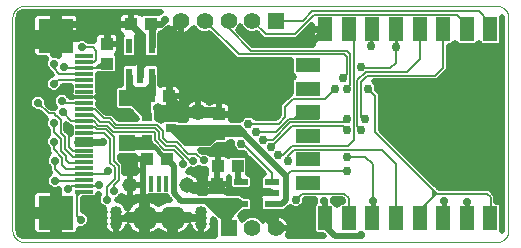
<source format=gbl>
G75*
%MOIN*%
%OFA0B0*%
%FSLAX25Y25*%
%IPPOS*%
%LPD*%
%AMOC8*
5,1,8,0,0,1.08239X$1,22.5*
%
%ADD10C,0.00000*%
%ADD11R,0.03937X0.04331*%
%ADD12R,0.04331X0.03937*%
%ADD13R,0.05512X0.05512*%
%ADD14R,0.06000X0.01181*%
%ADD15R,0.11600X0.11200*%
%ADD16R,0.02362X0.04921*%
%ADD17R,0.05600X0.05600*%
%ADD18C,0.05600*%
%ADD19R,0.03543X0.03150*%
%ADD20R,0.04724X0.07874*%
%ADD21R,0.07874X0.04724*%
%ADD22R,0.04724X0.02165*%
%ADD23R,0.01575X0.05315*%
%ADD24C,0.03740*%
%ADD25C,0.04000*%
%ADD26C,0.05150*%
%ADD27C,0.02781*%
%ADD28C,0.00787*%
%ADD29C,0.02000*%
%ADD30C,0.02400*%
%ADD31C,0.00600*%
%ADD32C,0.02978*%
%ADD33C,0.01600*%
%ADD34C,0.01000*%
D10*
X0025622Y0017748D02*
X0183102Y0017748D01*
X0183226Y0017750D01*
X0183349Y0017756D01*
X0183473Y0017765D01*
X0183595Y0017779D01*
X0183718Y0017796D01*
X0183840Y0017818D01*
X0183961Y0017843D01*
X0184081Y0017872D01*
X0184200Y0017904D01*
X0184319Y0017941D01*
X0184436Y0017981D01*
X0184551Y0018024D01*
X0184666Y0018072D01*
X0184778Y0018123D01*
X0184889Y0018177D01*
X0184999Y0018235D01*
X0185106Y0018296D01*
X0185212Y0018361D01*
X0185315Y0018429D01*
X0185416Y0018500D01*
X0185515Y0018574D01*
X0185612Y0018651D01*
X0185706Y0018732D01*
X0185797Y0018815D01*
X0185886Y0018901D01*
X0185972Y0018990D01*
X0186055Y0019081D01*
X0186136Y0019175D01*
X0186213Y0019272D01*
X0186287Y0019371D01*
X0186358Y0019472D01*
X0186426Y0019575D01*
X0186491Y0019681D01*
X0186552Y0019788D01*
X0186610Y0019898D01*
X0186664Y0020009D01*
X0186715Y0020121D01*
X0186763Y0020236D01*
X0186806Y0020351D01*
X0186846Y0020468D01*
X0186883Y0020587D01*
X0186915Y0020706D01*
X0186944Y0020826D01*
X0186969Y0020947D01*
X0186991Y0021069D01*
X0187008Y0021192D01*
X0187022Y0021314D01*
X0187031Y0021438D01*
X0187037Y0021561D01*
X0187039Y0021685D01*
X0187039Y0092551D01*
X0187037Y0092675D01*
X0187031Y0092798D01*
X0187022Y0092922D01*
X0187008Y0093044D01*
X0186991Y0093167D01*
X0186969Y0093289D01*
X0186944Y0093410D01*
X0186915Y0093530D01*
X0186883Y0093649D01*
X0186846Y0093768D01*
X0186806Y0093885D01*
X0186763Y0094000D01*
X0186715Y0094115D01*
X0186664Y0094227D01*
X0186610Y0094338D01*
X0186552Y0094448D01*
X0186491Y0094555D01*
X0186426Y0094661D01*
X0186358Y0094764D01*
X0186287Y0094865D01*
X0186213Y0094964D01*
X0186136Y0095061D01*
X0186055Y0095155D01*
X0185972Y0095246D01*
X0185886Y0095335D01*
X0185797Y0095421D01*
X0185706Y0095504D01*
X0185612Y0095585D01*
X0185515Y0095662D01*
X0185416Y0095736D01*
X0185315Y0095807D01*
X0185212Y0095875D01*
X0185106Y0095940D01*
X0184999Y0096001D01*
X0184889Y0096059D01*
X0184778Y0096113D01*
X0184666Y0096164D01*
X0184551Y0096212D01*
X0184436Y0096255D01*
X0184319Y0096295D01*
X0184200Y0096332D01*
X0184081Y0096364D01*
X0183961Y0096393D01*
X0183840Y0096418D01*
X0183718Y0096440D01*
X0183595Y0096457D01*
X0183473Y0096471D01*
X0183349Y0096480D01*
X0183226Y0096486D01*
X0183102Y0096488D01*
X0025622Y0096488D01*
X0025498Y0096486D01*
X0025375Y0096480D01*
X0025251Y0096471D01*
X0025129Y0096457D01*
X0025006Y0096440D01*
X0024884Y0096418D01*
X0024763Y0096393D01*
X0024643Y0096364D01*
X0024524Y0096332D01*
X0024405Y0096295D01*
X0024288Y0096255D01*
X0024173Y0096212D01*
X0024058Y0096164D01*
X0023946Y0096113D01*
X0023835Y0096059D01*
X0023725Y0096001D01*
X0023618Y0095940D01*
X0023512Y0095875D01*
X0023409Y0095807D01*
X0023308Y0095736D01*
X0023209Y0095662D01*
X0023112Y0095585D01*
X0023018Y0095504D01*
X0022927Y0095421D01*
X0022838Y0095335D01*
X0022752Y0095246D01*
X0022669Y0095155D01*
X0022588Y0095061D01*
X0022511Y0094964D01*
X0022437Y0094865D01*
X0022366Y0094764D01*
X0022298Y0094661D01*
X0022233Y0094555D01*
X0022172Y0094448D01*
X0022114Y0094338D01*
X0022060Y0094227D01*
X0022009Y0094115D01*
X0021961Y0094000D01*
X0021918Y0093885D01*
X0021878Y0093768D01*
X0021841Y0093649D01*
X0021809Y0093530D01*
X0021780Y0093410D01*
X0021755Y0093289D01*
X0021733Y0093167D01*
X0021716Y0093044D01*
X0021702Y0092922D01*
X0021693Y0092798D01*
X0021687Y0092675D01*
X0021685Y0092551D01*
X0021685Y0021685D01*
X0021687Y0021561D01*
X0021693Y0021438D01*
X0021702Y0021314D01*
X0021716Y0021192D01*
X0021733Y0021069D01*
X0021755Y0020947D01*
X0021780Y0020826D01*
X0021809Y0020706D01*
X0021841Y0020587D01*
X0021878Y0020468D01*
X0021918Y0020351D01*
X0021961Y0020236D01*
X0022009Y0020121D01*
X0022060Y0020009D01*
X0022114Y0019898D01*
X0022172Y0019788D01*
X0022233Y0019681D01*
X0022298Y0019575D01*
X0022366Y0019472D01*
X0022437Y0019371D01*
X0022511Y0019272D01*
X0022588Y0019175D01*
X0022669Y0019081D01*
X0022752Y0018990D01*
X0022838Y0018901D01*
X0022927Y0018815D01*
X0023018Y0018732D01*
X0023112Y0018651D01*
X0023209Y0018574D01*
X0023308Y0018500D01*
X0023409Y0018429D01*
X0023512Y0018361D01*
X0023618Y0018296D01*
X0023725Y0018235D01*
X0023835Y0018177D01*
X0023946Y0018123D01*
X0024058Y0018072D01*
X0024173Y0018024D01*
X0024288Y0017981D01*
X0024405Y0017941D01*
X0024524Y0017904D01*
X0024643Y0017872D01*
X0024763Y0017843D01*
X0024884Y0017818D01*
X0025006Y0017796D01*
X0025129Y0017779D01*
X0025251Y0017765D01*
X0025375Y0017756D01*
X0025498Y0017750D01*
X0025622Y0017748D01*
D11*
X0066409Y0045504D03*
X0073102Y0045504D03*
X0090110Y0043063D03*
X0096803Y0043063D03*
X0089992Y0037197D03*
X0089992Y0030504D03*
X0090583Y0053772D03*
X0090583Y0060465D03*
D12*
X0073890Y0066370D03*
X0067197Y0066370D03*
X0053181Y0077197D03*
X0053181Y0083890D03*
X0061134Y0090386D03*
X0067827Y0090386D03*
D13*
X0059874Y0065780D03*
X0059874Y0050819D03*
D14*
X0045709Y0050217D03*
X0045709Y0052185D03*
X0045709Y0054154D03*
X0045709Y0056122D03*
X0045709Y0058091D03*
X0045709Y0060059D03*
X0045709Y0062028D03*
X0045709Y0063996D03*
X0045709Y0065965D03*
X0045709Y0067933D03*
X0045709Y0069902D03*
X0045709Y0071870D03*
X0045709Y0073839D03*
X0045709Y0075807D03*
X0045709Y0077776D03*
X0045709Y0079744D03*
X0045709Y0048248D03*
X0045709Y0046280D03*
X0045709Y0044311D03*
X0045709Y0042343D03*
X0045709Y0040374D03*
X0045709Y0038406D03*
X0045709Y0036437D03*
X0045709Y0034469D03*
D15*
X0036109Y0027606D03*
X0036109Y0086606D03*
D16*
X0060583Y0083063D03*
X0068063Y0083063D03*
X0068063Y0073220D03*
X0064323Y0073220D03*
X0060583Y0073220D03*
D17*
X0083614Y0053142D03*
X0093732Y0022472D03*
X0109480Y0091606D03*
D18*
X0101606Y0091606D03*
X0093732Y0091606D03*
X0085858Y0091606D03*
X0077984Y0091606D03*
X0083614Y0061016D03*
X0101606Y0022472D03*
X0109480Y0022472D03*
D19*
X0066646Y0052000D03*
X0074520Y0055740D03*
X0066646Y0059480D03*
D20*
X0125925Y0088626D03*
X0133799Y0088626D03*
X0141673Y0088626D03*
X0149547Y0088626D03*
X0157421Y0088626D03*
X0165295Y0088626D03*
X0173169Y0088626D03*
X0181043Y0088626D03*
X0181043Y0025634D03*
X0173169Y0025634D03*
X0165295Y0025634D03*
X0157421Y0025634D03*
X0149547Y0025634D03*
X0141673Y0025634D03*
X0133799Y0025634D03*
X0125925Y0025634D03*
D21*
X0120098Y0037445D03*
X0120098Y0045319D03*
X0120098Y0053193D03*
X0120098Y0061067D03*
X0120098Y0068941D03*
X0120098Y0076815D03*
D22*
X0108181Y0037827D03*
X0108181Y0034087D03*
X0108181Y0030346D03*
X0097944Y0030346D03*
X0097944Y0037827D03*
D23*
X0075543Y0037256D03*
X0072984Y0037256D03*
X0070425Y0037256D03*
X0067866Y0037256D03*
X0065307Y0037256D03*
D24*
X0067571Y0027807D02*
X0067571Y0024067D01*
X0063831Y0024067D01*
X0063831Y0027807D01*
X0067571Y0027807D01*
X0067571Y0027806D02*
X0063831Y0027806D01*
X0077020Y0027807D02*
X0077020Y0024067D01*
X0073280Y0024067D01*
X0073280Y0027807D01*
X0077020Y0027807D01*
X0077020Y0027806D02*
X0073280Y0027806D01*
D25*
X0084697Y0027837D03*
X0084697Y0025837D03*
X0084697Y0023837D03*
X0056154Y0023837D03*
X0056154Y0025837D03*
X0056154Y0027837D03*
D26*
X0060878Y0036685D03*
X0079972Y0036685D03*
D27*
X0078534Y0043650D03*
X0081915Y0044850D03*
X0085496Y0044945D03*
X0090189Y0049244D03*
X0055472Y0034677D03*
X0050425Y0036646D03*
X0053575Y0041370D03*
X0040189Y0035465D03*
X0035858Y0038220D03*
X0035858Y0044913D03*
X0035465Y0051213D03*
X0040605Y0054778D03*
X0035465Y0057512D03*
X0038385Y0061070D03*
X0038185Y0064764D03*
X0040376Y0067354D03*
X0035465Y0070504D03*
X0030191Y0064205D03*
X0035465Y0077197D03*
X0038846Y0076223D03*
X0044913Y0082709D03*
X0028772Y0083608D03*
X0072472Y0091764D03*
X0052000Y0051213D03*
X0053181Y0031921D03*
X0044520Y0025228D03*
X0046094Y0020504D03*
X0036252Y0020504D03*
X0026409Y0020504D03*
X0125622Y0031528D03*
X0129953Y0031528D03*
X0141764Y0031528D03*
X0137827Y0020139D03*
X0165386Y0031528D03*
X0173260Y0031134D03*
X0184649Y0031528D03*
X0184649Y0039402D03*
X0174806Y0039402D03*
X0174806Y0047276D03*
X0184649Y0047276D03*
X0184649Y0055150D03*
X0174806Y0055150D03*
X0174806Y0063024D03*
X0184649Y0063024D03*
X0184649Y0070898D03*
X0174806Y0070898D03*
X0174806Y0078772D03*
X0184649Y0078772D03*
D28*
X0053181Y0077197D02*
X0051791Y0075807D01*
X0050425Y0075807D01*
X0051815Y0077197D01*
X0053181Y0077197D01*
X0051028Y0077197D01*
X0049638Y0075807D01*
X0050425Y0075807D01*
X0049638Y0075807D02*
X0045709Y0075807D01*
X0039261Y0075807D01*
X0038846Y0076223D01*
X0037248Y0073839D02*
X0035465Y0075622D01*
X0035465Y0077197D01*
X0037248Y0073839D02*
X0045709Y0073839D01*
X0045709Y0071870D02*
X0036831Y0071870D01*
X0035465Y0070504D01*
X0045709Y0077776D02*
X0049035Y0077776D01*
X0049702Y0078443D01*
X0049702Y0081463D01*
X0048457Y0082709D01*
X0044913Y0082709D01*
X0035465Y0057512D02*
X0035465Y0054584D01*
X0037849Y0052200D01*
X0037849Y0048257D01*
X0039630Y0046476D01*
X0039630Y0045079D01*
X0040583Y0044126D01*
X0045524Y0044126D01*
X0045709Y0044311D01*
X0045524Y0046094D02*
X0041973Y0046094D01*
X0039236Y0048831D01*
X0039236Y0052775D01*
X0037849Y0054162D01*
X0040605Y0054778D02*
X0040624Y0054759D01*
X0040624Y0049406D01*
X0041782Y0048248D01*
X0045709Y0048248D01*
X0045709Y0046280D02*
X0045524Y0046094D01*
X0045709Y0042343D02*
X0045524Y0042157D01*
X0039402Y0042157D01*
X0038243Y0043317D01*
X0038243Y0045901D01*
X0035465Y0048679D01*
X0035465Y0051213D01*
X0045709Y0051213D02*
X0045709Y0050217D01*
X0045709Y0051213D02*
X0045709Y0052185D01*
X0035858Y0044913D02*
X0035858Y0042157D01*
X0037827Y0040189D01*
X0045524Y0040189D01*
X0045709Y0040374D01*
X0052579Y0040374D01*
X0053575Y0041370D01*
X0045709Y0038406D02*
X0045524Y0038220D01*
X0035858Y0038220D01*
X0040189Y0035465D02*
X0041161Y0036437D01*
X0045709Y0036437D01*
X0045709Y0034469D02*
X0044913Y0034469D01*
X0044705Y0034469D01*
X0043339Y0033102D01*
X0043339Y0034283D01*
X0043524Y0034469D01*
X0044705Y0034469D01*
X0043339Y0033102D02*
X0043339Y0026409D01*
X0044520Y0025228D01*
D29*
X0047055Y0023534D02*
X0047510Y0024633D01*
X0047510Y0025823D01*
X0047055Y0026922D01*
X0046214Y0027764D01*
X0045332Y0028129D01*
X0045332Y0032277D01*
X0045334Y0032278D01*
X0049371Y0032278D01*
X0050309Y0033215D01*
X0050309Y0033655D01*
X0050686Y0033655D01*
X0050646Y0033615D01*
X0050191Y0032516D01*
X0050191Y0031326D01*
X0050646Y0030227D01*
X0051487Y0029386D01*
X0052322Y0029040D01*
X0052307Y0029004D01*
X0052154Y0028231D01*
X0052154Y0027837D01*
X0052154Y0027443D01*
X0052274Y0026837D01*
X0052154Y0026231D01*
X0052154Y0025837D01*
X0052154Y0025443D01*
X0052274Y0024837D01*
X0052154Y0024231D01*
X0052154Y0023837D01*
X0052154Y0023443D01*
X0052307Y0022670D01*
X0052609Y0021942D01*
X0053047Y0021287D01*
X0053604Y0020730D01*
X0054259Y0020292D01*
X0054987Y0019991D01*
X0055760Y0019837D01*
X0056153Y0019837D01*
X0056153Y0023837D01*
X0056154Y0023837D01*
X0056154Y0019837D01*
X0056548Y0019837D01*
X0057320Y0019991D01*
X0058048Y0020292D01*
X0058703Y0020730D01*
X0059261Y0021287D01*
X0059698Y0021942D01*
X0060000Y0022670D01*
X0060081Y0023080D01*
X0060109Y0022938D01*
X0060401Y0022234D01*
X0060825Y0021600D01*
X0061364Y0021061D01*
X0061998Y0020637D01*
X0062702Y0020346D01*
X0063450Y0020197D01*
X0064831Y0020197D01*
X0064831Y0025067D01*
X0066571Y0025067D01*
X0066571Y0026807D01*
X0071441Y0026807D01*
X0074279Y0026807D01*
X0074279Y0025067D01*
X0066571Y0025067D01*
X0066571Y0020197D01*
X0067952Y0020197D01*
X0068700Y0020346D01*
X0069404Y0020637D01*
X0070038Y0021061D01*
X0070425Y0021448D01*
X0070812Y0021061D01*
X0071446Y0020637D01*
X0072151Y0020346D01*
X0072898Y0020197D01*
X0074280Y0020197D01*
X0074280Y0025067D01*
X0076020Y0025067D01*
X0076020Y0026807D01*
X0080811Y0026807D01*
X0080697Y0026231D01*
X0080697Y0025837D01*
X0081222Y0025837D01*
X0081222Y0025837D01*
X0081222Y0025837D01*
X0080697Y0025837D01*
X0080697Y0025443D01*
X0080772Y0025067D01*
X0076020Y0025067D01*
X0076020Y0020197D01*
X0077401Y0020197D01*
X0078149Y0020346D01*
X0078853Y0020637D01*
X0079487Y0021061D01*
X0080026Y0021600D01*
X0080449Y0022234D01*
X0080741Y0022938D01*
X0080769Y0023080D01*
X0080851Y0022670D01*
X0081152Y0021942D01*
X0081590Y0021287D01*
X0082147Y0020730D01*
X0082802Y0020292D01*
X0083530Y0019991D01*
X0084303Y0019837D01*
X0084697Y0019837D01*
X0085091Y0019837D01*
X0085864Y0019991D01*
X0086592Y0020292D01*
X0087247Y0020730D01*
X0087804Y0021287D01*
X0088242Y0021942D01*
X0088543Y0022670D01*
X0088697Y0023443D01*
X0088697Y0023837D01*
X0088697Y0024231D01*
X0088576Y0024837D01*
X0088691Y0025412D01*
X0089332Y0024770D01*
X0089332Y0019748D01*
X0025622Y0019748D01*
X0025244Y0019785D01*
X0024546Y0020074D01*
X0024011Y0020609D01*
X0023722Y0021307D01*
X0023685Y0021685D01*
X0023685Y0092551D01*
X0023722Y0092929D01*
X0024011Y0093627D01*
X0024546Y0094162D01*
X0025244Y0094451D01*
X0025622Y0094488D01*
X0071235Y0094488D01*
X0070778Y0094299D01*
X0070434Y0093954D01*
X0064999Y0093954D01*
X0064763Y0093719D01*
X0064527Y0093955D01*
X0064071Y0094218D01*
X0063563Y0094354D01*
X0061134Y0094354D01*
X0061134Y0090386D01*
X0061134Y0090386D01*
X0061134Y0094354D01*
X0058705Y0094354D01*
X0058197Y0094218D01*
X0057740Y0093955D01*
X0057368Y0093582D01*
X0057105Y0093126D01*
X0056969Y0092618D01*
X0056969Y0090386D01*
X0061134Y0090386D01*
X0061134Y0090386D01*
X0056969Y0090386D01*
X0056969Y0088154D01*
X0057105Y0087645D01*
X0057368Y0087189D01*
X0057740Y0086817D01*
X0058179Y0086564D01*
X0057802Y0086186D01*
X0057802Y0079940D01*
X0058739Y0079002D01*
X0062427Y0079002D01*
X0063364Y0079940D01*
X0063364Y0086186D01*
X0063133Y0086417D01*
X0063563Y0086417D01*
X0064071Y0086554D01*
X0064527Y0086817D01*
X0064763Y0087053D01*
X0064999Y0086817D01*
X0065263Y0086817D01*
X0065263Y0082506D01*
X0065282Y0082460D01*
X0065282Y0079940D01*
X0066219Y0079002D01*
X0069907Y0079002D01*
X0070844Y0079940D01*
X0070844Y0082460D01*
X0070863Y0082506D01*
X0070863Y0087025D01*
X0071423Y0087586D01*
X0071651Y0087586D01*
X0072681Y0088012D01*
X0073706Y0089038D01*
X0073871Y0089106D01*
X0073879Y0089091D01*
X0074323Y0088479D01*
X0074857Y0087945D01*
X0075469Y0087501D01*
X0076142Y0087158D01*
X0076860Y0086924D01*
X0077606Y0086806D01*
X0077984Y0086806D01*
X0077984Y0091606D01*
X0077984Y0091606D01*
X0077984Y0086806D01*
X0078362Y0086806D01*
X0079108Y0086924D01*
X0079827Y0087158D01*
X0080500Y0087501D01*
X0081111Y0087945D01*
X0081645Y0088479D01*
X0082090Y0089091D01*
X0082116Y0089143D01*
X0082128Y0089114D01*
X0083366Y0087876D01*
X0084983Y0087206D01*
X0086733Y0087206D01*
X0087326Y0087452D01*
X0095218Y0079559D01*
X0096331Y0078446D01*
X0114561Y0078446D01*
X0114561Y0073790D01*
X0115473Y0072878D01*
X0114561Y0071966D01*
X0114561Y0067429D01*
X0114505Y0067429D01*
X0113392Y0066316D01*
X0110711Y0063636D01*
X0110711Y0060105D01*
X0109639Y0059033D01*
X0102806Y0059033D01*
X0102087Y0059752D01*
X0100952Y0060222D01*
X0099723Y0060222D01*
X0098587Y0059752D01*
X0097718Y0058883D01*
X0097576Y0058540D01*
X0094551Y0058540D01*
X0094551Y0060464D01*
X0090583Y0060464D01*
X0090583Y0060465D01*
X0090583Y0060465D01*
X0090583Y0064630D01*
X0092814Y0064630D01*
X0093323Y0064494D01*
X0093779Y0064230D01*
X0094152Y0063858D01*
X0094415Y0063402D01*
X0094551Y0062893D01*
X0094551Y0060465D01*
X0090583Y0060465D01*
X0090583Y0064630D01*
X0088351Y0064630D01*
X0087842Y0064494D01*
X0087386Y0064230D01*
X0087285Y0064129D01*
X0087275Y0064143D01*
X0086741Y0064677D01*
X0086130Y0065121D01*
X0085457Y0065464D01*
X0084738Y0065698D01*
X0083992Y0065816D01*
X0083614Y0065816D01*
X0083236Y0065816D01*
X0082490Y0065698D01*
X0081772Y0065464D01*
X0081098Y0065121D01*
X0080487Y0064677D01*
X0079953Y0064143D01*
X0079509Y0063531D01*
X0079166Y0062858D01*
X0078932Y0062140D01*
X0078814Y0061394D01*
X0078814Y0061016D01*
X0083614Y0061016D01*
X0083614Y0065816D01*
X0083614Y0061016D01*
X0083614Y0061016D01*
X0083614Y0061016D01*
X0078814Y0061016D01*
X0078814Y0060638D01*
X0078932Y0059892D01*
X0079166Y0059173D01*
X0079488Y0058540D01*
X0077329Y0058540D01*
X0076954Y0058915D01*
X0072085Y0058915D01*
X0071258Y0058088D01*
X0070571Y0058775D01*
X0070017Y0058775D01*
X0070017Y0061718D01*
X0069446Y0062289D01*
X0069446Y0062802D01*
X0070025Y0062802D01*
X0070260Y0063037D01*
X0070496Y0062801D01*
X0070952Y0062538D01*
X0071461Y0062402D01*
X0073890Y0062402D01*
X0076318Y0062402D01*
X0076827Y0062538D01*
X0077283Y0062801D01*
X0077656Y0063174D01*
X0077919Y0063630D01*
X0078055Y0064138D01*
X0078055Y0066370D01*
X0073890Y0066370D01*
X0073890Y0066370D01*
X0078055Y0066370D01*
X0078055Y0068602D01*
X0077919Y0069111D01*
X0077656Y0069567D01*
X0077283Y0069939D01*
X0076827Y0070202D01*
X0076318Y0070339D01*
X0073890Y0070339D01*
X0073890Y0066370D01*
X0073890Y0062402D01*
X0073890Y0066370D01*
X0073890Y0066370D01*
X0073890Y0066370D01*
X0073890Y0070339D01*
X0071461Y0070339D01*
X0070952Y0070202D01*
X0070863Y0070151D01*
X0070863Y0073777D01*
X0070844Y0073823D01*
X0070844Y0076344D01*
X0069907Y0077281D01*
X0066732Y0077281D01*
X0066732Y0077281D01*
X0066276Y0077545D01*
X0065767Y0077681D01*
X0064323Y0077681D01*
X0064323Y0073221D01*
X0064323Y0073221D01*
X0064323Y0077681D01*
X0062878Y0077681D01*
X0062370Y0077545D01*
X0061914Y0077281D01*
X0061913Y0077281D01*
X0058739Y0077281D01*
X0057802Y0076344D01*
X0057802Y0073823D01*
X0057783Y0073777D01*
X0057783Y0070135D01*
X0056455Y0070135D01*
X0055518Y0069198D01*
X0055518Y0062361D01*
X0056455Y0061424D01*
X0060743Y0061424D01*
X0063274Y0058892D01*
X0063274Y0058775D01*
X0057152Y0058775D01*
X0056187Y0059741D01*
X0055074Y0060854D01*
X0052920Y0060854D01*
X0050309Y0063465D01*
X0050309Y0064146D01*
X0050572Y0064602D01*
X0050709Y0065111D01*
X0050709Y0065964D01*
X0055518Y0065964D01*
X0055518Y0063966D02*
X0050309Y0063966D01*
X0050309Y0064146D02*
X0050309Y0064146D01*
X0050709Y0065964D02*
X0049594Y0065964D01*
X0049593Y0065965D01*
X0050709Y0065965D01*
X0050709Y0066818D01*
X0050572Y0067327D01*
X0050309Y0067783D01*
X0050309Y0067784D01*
X0050309Y0073673D01*
X0050353Y0073628D01*
X0056009Y0073628D01*
X0056946Y0074566D01*
X0056946Y0079828D01*
X0056498Y0080277D01*
X0056574Y0080321D01*
X0056947Y0080693D01*
X0057210Y0081149D01*
X0057346Y0081658D01*
X0057346Y0083890D01*
X0057346Y0086122D01*
X0057210Y0086630D01*
X0056947Y0087086D01*
X0056574Y0087459D01*
X0056118Y0087722D01*
X0055610Y0087858D01*
X0053181Y0087858D01*
X0050752Y0087858D01*
X0050244Y0087722D01*
X0049788Y0087459D01*
X0049415Y0087086D01*
X0049152Y0086630D01*
X0049016Y0086122D01*
X0049016Y0084702D01*
X0047149Y0084702D01*
X0046607Y0085244D01*
X0045508Y0085699D01*
X0044319Y0085699D01*
X0043909Y0085529D01*
X0043909Y0085606D01*
X0037109Y0085606D01*
X0037109Y0087606D01*
X0043909Y0087606D01*
X0043909Y0092470D01*
X0043772Y0092978D01*
X0043509Y0093434D01*
X0043137Y0093807D01*
X0042681Y0094070D01*
X0042172Y0094206D01*
X0037109Y0094206D01*
X0037109Y0087606D01*
X0035109Y0087606D01*
X0035109Y0085606D01*
X0035109Y0080187D01*
X0036059Y0080187D01*
X0037109Y0079753D01*
X0037109Y0085606D01*
X0035109Y0085606D01*
X0028309Y0085606D01*
X0028309Y0080743D01*
X0028445Y0080234D01*
X0028708Y0079778D01*
X0029081Y0079406D01*
X0029537Y0079143D01*
X0030045Y0079006D01*
X0033045Y0079006D01*
X0032929Y0078891D01*
X0032474Y0077792D01*
X0032474Y0076602D01*
X0032929Y0075503D01*
X0033471Y0074961D01*
X0033471Y0074796D01*
X0034801Y0073466D01*
X0033771Y0073039D01*
X0032929Y0072198D01*
X0032474Y0071099D01*
X0032474Y0069909D01*
X0032929Y0068810D01*
X0033771Y0067969D01*
X0034870Y0067513D01*
X0036059Y0067513D01*
X0037159Y0067969D01*
X0038000Y0068810D01*
X0038442Y0069876D01*
X0041109Y0069876D01*
X0041109Y0067784D01*
X0041108Y0067783D01*
X0040845Y0067327D01*
X0040709Y0066818D01*
X0040709Y0066469D01*
X0039879Y0067299D01*
X0038780Y0067754D01*
X0037590Y0067754D01*
X0036491Y0067299D01*
X0035650Y0066458D01*
X0035194Y0065359D01*
X0035194Y0064169D01*
X0035650Y0063070D01*
X0035903Y0062816D01*
X0035850Y0062764D01*
X0035766Y0062561D01*
X0034522Y0062561D01*
X0033182Y0063901D01*
X0033182Y0064800D01*
X0032727Y0065899D01*
X0031885Y0066740D01*
X0030786Y0067195D01*
X0029596Y0067195D01*
X0028497Y0066740D01*
X0027656Y0065899D01*
X0027201Y0064800D01*
X0027201Y0063610D01*
X0027656Y0062511D01*
X0028497Y0061669D01*
X0029596Y0061214D01*
X0030495Y0061214D01*
X0031835Y0059874D01*
X0032805Y0058905D01*
X0032474Y0058107D01*
X0032474Y0056917D01*
X0032929Y0055818D01*
X0033471Y0055276D01*
X0033471Y0053759D01*
X0033626Y0053603D01*
X0032929Y0052907D01*
X0032474Y0051807D01*
X0032474Y0050618D01*
X0032929Y0049519D01*
X0033471Y0048977D01*
X0033471Y0047853D01*
X0034020Y0047304D01*
X0033323Y0046607D01*
X0032868Y0045508D01*
X0032868Y0044319D01*
X0033323Y0043219D01*
X0033865Y0042678D01*
X0033865Y0041332D01*
X0034360Y0040837D01*
X0034164Y0040756D01*
X0033323Y0039914D01*
X0032868Y0038815D01*
X0032868Y0037626D01*
X0033323Y0036526D01*
X0034164Y0035685D01*
X0035263Y0035230D01*
X0036453Y0035230D01*
X0037198Y0035539D01*
X0037198Y0035206D01*
X0037109Y0035206D01*
X0037109Y0028606D01*
X0035109Y0028606D01*
X0035109Y0026606D01*
X0037109Y0026606D01*
X0037109Y0020006D01*
X0042172Y0020006D01*
X0042681Y0020143D01*
X0043137Y0020406D01*
X0043509Y0020778D01*
X0043772Y0021234D01*
X0043909Y0021743D01*
X0043909Y0022245D01*
X0043925Y0022238D01*
X0045115Y0022238D01*
X0046214Y0022693D01*
X0047055Y0023534D01*
X0047246Y0023996D02*
X0052154Y0023996D01*
X0052154Y0023837D02*
X0052679Y0023837D01*
X0052679Y0023837D01*
X0052154Y0023837D01*
X0056153Y0023837D02*
X0056154Y0023837D01*
X0056154Y0025837D01*
X0056154Y0027837D01*
X0056153Y0027837D01*
X0056153Y0025837D01*
X0056154Y0025837D01*
X0056153Y0025837D01*
X0056153Y0023837D01*
X0056154Y0023837D02*
X0056154Y0025622D01*
X0056154Y0027837D01*
X0052679Y0027837D02*
X0052679Y0027837D01*
X0052154Y0027837D01*
X0052679Y0027837D01*
X0052154Y0027993D02*
X0045661Y0027993D01*
X0045332Y0029991D02*
X0050882Y0029991D01*
X0050191Y0031990D02*
X0045332Y0031990D01*
X0037109Y0031990D02*
X0035109Y0031990D01*
X0035109Y0033988D02*
X0037109Y0033988D01*
X0035109Y0035206D02*
X0030045Y0035206D01*
X0029537Y0035070D01*
X0029081Y0034807D01*
X0028708Y0034434D01*
X0028445Y0033978D01*
X0028309Y0033470D01*
X0028309Y0028606D01*
X0035109Y0028606D01*
X0035109Y0035206D01*
X0033863Y0035987D02*
X0023685Y0035987D01*
X0023685Y0037985D02*
X0032868Y0037985D01*
X0033392Y0039984D02*
X0023685Y0039984D01*
X0023685Y0041982D02*
X0033865Y0041982D01*
X0033008Y0043981D02*
X0023685Y0043981D01*
X0023685Y0045979D02*
X0033063Y0045979D01*
X0033471Y0047978D02*
X0023685Y0047978D01*
X0023685Y0049976D02*
X0032740Y0049976D01*
X0032543Y0051975D02*
X0023685Y0051975D01*
X0023685Y0053973D02*
X0033471Y0053973D01*
X0032866Y0055972D02*
X0023685Y0055972D01*
X0023685Y0057970D02*
X0032474Y0057970D01*
X0031835Y0059874D02*
X0031835Y0059874D01*
X0031740Y0059969D02*
X0023685Y0059969D01*
X0023685Y0061967D02*
X0028199Y0061967D01*
X0027201Y0063966D02*
X0023685Y0063966D01*
X0023685Y0065964D02*
X0027722Y0065964D01*
X0023685Y0067963D02*
X0033785Y0067963D01*
X0037145Y0067963D02*
X0041109Y0067963D01*
X0040924Y0065965D02*
X0041824Y0065965D01*
X0041824Y0065965D01*
X0041824Y0065964D01*
X0040925Y0065964D01*
X0040924Y0065965D01*
X0035445Y0065964D02*
X0032661Y0065964D01*
X0033182Y0063966D02*
X0035278Y0063966D01*
X0032474Y0069961D02*
X0023685Y0069961D01*
X0023685Y0071960D02*
X0032831Y0071960D01*
X0034309Y0073958D02*
X0023685Y0073958D01*
X0023685Y0075957D02*
X0032741Y0075957D01*
X0032542Y0077955D02*
X0023685Y0077955D01*
X0023685Y0079954D02*
X0028607Y0079954D01*
X0028309Y0081952D02*
X0023685Y0081952D01*
X0023685Y0083951D02*
X0028309Y0083951D01*
X0023685Y0085949D02*
X0035109Y0085949D01*
X0035109Y0083951D02*
X0037109Y0083951D01*
X0037109Y0085949D02*
X0049016Y0085949D01*
X0053181Y0085949D02*
X0053181Y0085949D01*
X0053181Y0087858D02*
X0053181Y0083890D01*
X0053181Y0083890D01*
X0053181Y0087858D01*
X0057024Y0087948D02*
X0043909Y0087948D01*
X0043909Y0089946D02*
X0056969Y0089946D01*
X0056969Y0091945D02*
X0043909Y0091945D01*
X0042900Y0093944D02*
X0057729Y0093944D01*
X0061134Y0093944D02*
X0061134Y0093944D01*
X0064538Y0093944D02*
X0064988Y0093944D01*
X0061134Y0091945D02*
X0061134Y0091945D01*
X0072526Y0087948D02*
X0074854Y0087948D01*
X0077984Y0087948D02*
X0077984Y0087948D01*
X0077984Y0089946D02*
X0077984Y0089946D01*
X0081114Y0087948D02*
X0083294Y0087948D01*
X0088828Y0085949D02*
X0070863Y0085949D01*
X0070863Y0083951D02*
X0090827Y0083951D01*
X0092825Y0081952D02*
X0070844Y0081952D01*
X0070844Y0079954D02*
X0094824Y0079954D01*
X0101981Y0083446D02*
X0096888Y0088539D01*
X0097462Y0089114D01*
X0097669Y0089613D01*
X0097876Y0089114D01*
X0099114Y0087876D01*
X0100731Y0087206D01*
X0102482Y0087206D01*
X0103074Y0087452D01*
X0104273Y0086252D01*
X0105386Y0085139D01*
X0116567Y0085139D01*
X0117680Y0086252D01*
X0121563Y0090136D01*
X0121563Y0088807D01*
X0125744Y0088807D01*
X0125744Y0088445D01*
X0121563Y0088445D01*
X0121563Y0084426D01*
X0121699Y0083917D01*
X0121963Y0083461D01*
X0121977Y0083446D01*
X0101981Y0083446D01*
X0101476Y0083951D02*
X0121690Y0083951D01*
X0121563Y0085949D02*
X0117377Y0085949D01*
X0119375Y0087948D02*
X0121563Y0087948D01*
X0121563Y0089946D02*
X0121374Y0089946D01*
X0104576Y0085949D02*
X0099478Y0085949D01*
X0099042Y0087948D02*
X0097479Y0087948D01*
X0104273Y0086252D02*
X0104273Y0086252D01*
X0114561Y0077955D02*
X0056946Y0077955D01*
X0056946Y0075957D02*
X0057802Y0075957D01*
X0057802Y0073958D02*
X0056339Y0073958D01*
X0057783Y0071960D02*
X0050309Y0071960D01*
X0050309Y0069961D02*
X0056281Y0069961D01*
X0055518Y0067963D02*
X0050309Y0067963D01*
X0049593Y0065965D02*
X0049593Y0065965D01*
X0051806Y0061967D02*
X0055912Y0061967D01*
X0055958Y0059969D02*
X0062197Y0059969D01*
X0070017Y0059969D02*
X0078920Y0059969D01*
X0078905Y0061967D02*
X0069768Y0061967D01*
X0073890Y0063966D02*
X0073890Y0063966D01*
X0073890Y0065964D02*
X0073890Y0065964D01*
X0073890Y0067963D02*
X0073890Y0067963D01*
X0073890Y0069961D02*
X0073890Y0069961D01*
X0077244Y0069961D02*
X0114561Y0069961D01*
X0114561Y0067963D02*
X0078055Y0067963D01*
X0078055Y0065964D02*
X0113040Y0065964D01*
X0111041Y0063966D02*
X0094044Y0063966D01*
X0094551Y0061967D02*
X0110711Y0061967D01*
X0110575Y0059969D02*
X0101563Y0059969D01*
X0099111Y0059969D02*
X0094551Y0059969D01*
X0090583Y0061967D02*
X0090583Y0061967D01*
X0090583Y0063966D02*
X0090583Y0063966D01*
X0086614Y0061016D02*
X0083614Y0061016D01*
X0083614Y0061016D01*
X0086614Y0061016D01*
X0086614Y0061016D01*
X0083614Y0061967D02*
X0083614Y0061967D01*
X0083614Y0063966D02*
X0083614Y0063966D01*
X0079824Y0063966D02*
X0078009Y0063966D01*
X0070863Y0071960D02*
X0114561Y0071960D01*
X0114561Y0073958D02*
X0070844Y0073958D01*
X0070844Y0075957D02*
X0114561Y0075957D01*
X0142210Y0071341D02*
X0163398Y0071341D01*
X0164511Y0072454D01*
X0167195Y0075138D01*
X0167195Y0083089D01*
X0168320Y0083089D01*
X0169232Y0084001D01*
X0170144Y0083089D01*
X0176194Y0083089D01*
X0177106Y0084001D01*
X0178018Y0083089D01*
X0184068Y0083089D01*
X0185005Y0084026D01*
X0185005Y0092895D01*
X0185039Y0092551D01*
X0185039Y0021685D01*
X0185005Y0021341D01*
X0185005Y0030234D01*
X0184068Y0031171D01*
X0183034Y0031171D01*
X0183034Y0033496D01*
X0181921Y0034609D01*
X0181853Y0034677D01*
X0180740Y0035790D01*
X0163933Y0035790D01*
X0163417Y0036306D01*
X0162630Y0037093D01*
X0144543Y0055180D01*
X0144543Y0067327D01*
X0143430Y0068440D01*
X0143343Y0068527D01*
X0143343Y0069544D01*
X0142872Y0070679D01*
X0142210Y0071341D01*
X0143169Y0069961D02*
X0185039Y0069961D01*
X0185039Y0067963D02*
X0143907Y0067963D01*
X0144543Y0065964D02*
X0185039Y0065964D01*
X0185039Y0063966D02*
X0144543Y0063966D01*
X0144543Y0061967D02*
X0185039Y0061967D01*
X0185039Y0059969D02*
X0144543Y0059969D01*
X0144543Y0057970D02*
X0185039Y0057970D01*
X0185039Y0055972D02*
X0144543Y0055972D01*
X0145749Y0053973D02*
X0185039Y0053973D01*
X0185039Y0051975D02*
X0147748Y0051975D01*
X0149746Y0049976D02*
X0185039Y0049976D01*
X0185039Y0047978D02*
X0151745Y0047978D01*
X0153743Y0045979D02*
X0185039Y0045979D01*
X0185039Y0043981D02*
X0155742Y0043981D01*
X0157740Y0041982D02*
X0185039Y0041982D01*
X0185039Y0039984D02*
X0159739Y0039984D01*
X0161737Y0037985D02*
X0185039Y0037985D01*
X0185039Y0035987D02*
X0163736Y0035987D01*
X0182541Y0033988D02*
X0185039Y0033988D01*
X0185039Y0031990D02*
X0183034Y0031990D01*
X0185005Y0029991D02*
X0185039Y0029991D01*
X0185005Y0027993D02*
X0185039Y0027993D01*
X0185005Y0025994D02*
X0185039Y0025994D01*
X0185005Y0023996D02*
X0185039Y0023996D01*
X0185005Y0021997D02*
X0185039Y0021997D01*
X0137827Y0020139D02*
X0137436Y0019748D01*
X0129134Y0019748D01*
X0125925Y0022957D01*
X0125925Y0025634D01*
X0125925Y0031224D01*
X0125622Y0031528D01*
X0122631Y0031990D02*
X0119202Y0031990D01*
X0122631Y0031990D01*
X0122631Y0030933D01*
X0122640Y0030911D01*
X0121963Y0030234D01*
X0121963Y0021034D01*
X0122900Y0020097D01*
X0125108Y0020097D01*
X0125457Y0019748D01*
X0113434Y0019748D01*
X0113586Y0019957D01*
X0113929Y0020630D01*
X0114162Y0021348D01*
X0114280Y0022095D01*
X0114280Y0022472D01*
X0109480Y0022472D01*
X0109480Y0025622D01*
X0106331Y0025622D01*
X0104953Y0027000D01*
X0108102Y0027000D01*
X0109480Y0025622D01*
X0109480Y0025994D02*
X0109480Y0025994D01*
X0109480Y0027272D02*
X0109480Y0022473D01*
X0109480Y0027272D01*
X0109103Y0027272D01*
X0108356Y0027154D01*
X0107638Y0026921D01*
X0106965Y0026578D01*
X0106353Y0026134D01*
X0105819Y0025599D01*
X0105375Y0024988D01*
X0105348Y0024936D01*
X0105336Y0024965D01*
X0104099Y0026203D01*
X0102482Y0026872D01*
X0100731Y0026872D01*
X0099114Y0026203D01*
X0098132Y0025221D01*
X0098132Y0025935D01*
X0097671Y0026396D01*
X0098939Y0027664D01*
X0100969Y0027664D01*
X0101907Y0028601D01*
X0101907Y0032092D01*
X0100969Y0033029D01*
X0098939Y0033029D01*
X0098236Y0033732D01*
X0097281Y0034128D01*
X0093748Y0034128D01*
X0093824Y0034260D01*
X0093961Y0034768D01*
X0093961Y0037197D01*
X0093961Y0039509D01*
X0093982Y0039487D01*
X0093982Y0036081D01*
X0094920Y0035144D01*
X0100969Y0035144D01*
X0101907Y0036081D01*
X0101907Y0039572D01*
X0100969Y0040509D01*
X0100372Y0040509D01*
X0100372Y0045823D01*
X0105685Y0040509D01*
X0105157Y0040509D01*
X0104219Y0039572D01*
X0104219Y0036398D01*
X0104219Y0036397D01*
X0103956Y0035941D01*
X0103819Y0035433D01*
X0103819Y0034087D01*
X0108181Y0034087D01*
X0108181Y0034087D01*
X0103819Y0034087D01*
X0103819Y0032741D01*
X0103956Y0032232D01*
X0104219Y0031776D01*
X0104219Y0031775D01*
X0104219Y0028601D01*
X0105157Y0027664D01*
X0111206Y0027664D01*
X0111289Y0027746D01*
X0111966Y0027746D01*
X0112922Y0028142D01*
X0114222Y0029443D01*
X0114363Y0029303D01*
X0115498Y0028832D01*
X0116727Y0028832D01*
X0117862Y0029303D01*
X0118731Y0030171D01*
X0119202Y0031307D01*
X0119202Y0031990D01*
X0118551Y0029991D02*
X0121963Y0029991D01*
X0121963Y0027993D02*
X0112560Y0027993D01*
X0111996Y0026578D02*
X0111323Y0026921D01*
X0110604Y0027154D01*
X0109858Y0027272D01*
X0109480Y0027272D01*
X0111996Y0026578D02*
X0112607Y0026134D01*
X0113142Y0025599D01*
X0113586Y0024988D01*
X0113929Y0024315D01*
X0114162Y0023596D01*
X0114280Y0022850D01*
X0114280Y0022472D01*
X0109480Y0022472D01*
X0106331Y0025622D01*
X0106214Y0025994D02*
X0104307Y0025994D01*
X0104953Y0027000D02*
X0102787Y0029165D01*
X0102787Y0032118D01*
X0100819Y0034087D01*
X0097881Y0034087D01*
X0097840Y0034128D01*
X0093061Y0034128D01*
X0092335Y0034854D01*
X0107414Y0034854D01*
X0108181Y0034087D01*
X0104756Y0034087D01*
X0102787Y0032118D01*
X0102787Y0034087D01*
X0100819Y0034087D01*
X0102787Y0034087D02*
X0104756Y0034087D01*
X0103819Y0033988D02*
X0097617Y0033988D01*
X0096763Y0031528D02*
X0097944Y0030346D01*
X0093732Y0026134D01*
X0093732Y0025228D01*
X0091370Y0027591D01*
X0093732Y0027591D01*
X0096488Y0030346D01*
X0094126Y0030346D01*
X0093732Y0029953D01*
X0093732Y0027591D01*
X0092551Y0028772D01*
X0092551Y0031134D01*
X0092157Y0031528D01*
X0096763Y0031528D01*
X0096488Y0030346D02*
X0097944Y0030346D01*
X0094126Y0030346D02*
X0090976Y0030346D01*
X0090150Y0030346D01*
X0089992Y0030504D01*
X0088969Y0031528D01*
X0092157Y0031528D01*
X0090976Y0030346D02*
X0092551Y0028772D01*
X0091370Y0027591D02*
X0090189Y0027591D01*
X0093732Y0024047D01*
X0093732Y0025228D01*
X0093732Y0026134D02*
X0093732Y0027591D01*
X0090189Y0027591D02*
X0086252Y0031528D01*
X0088969Y0031528D01*
X0086252Y0031528D02*
X0077984Y0031528D01*
X0075543Y0033969D01*
X0075543Y0037256D01*
X0075543Y0043063D01*
X0073102Y0045504D01*
X0066409Y0045504D02*
X0065307Y0044402D01*
X0065307Y0037256D01*
X0065307Y0026331D01*
X0065701Y0025937D01*
X0066571Y0025994D02*
X0074279Y0025994D01*
X0074047Y0025937D02*
X0075150Y0025937D01*
X0075228Y0026016D01*
X0079165Y0026016D01*
X0080346Y0026016D02*
X0084697Y0026016D01*
X0084697Y0027837D01*
X0084697Y0025837D01*
X0084697Y0023837D01*
X0084697Y0019837D01*
X0084697Y0023837D01*
X0084697Y0023837D01*
X0084697Y0026016D01*
X0084697Y0025994D02*
X0084697Y0025994D01*
X0084697Y0025837D02*
X0084697Y0027837D01*
X0084697Y0027837D01*
X0084697Y0025837D02*
X0084697Y0025837D01*
X0084697Y0025837D01*
X0084697Y0023837D01*
X0084697Y0023837D01*
X0084697Y0025837D01*
X0084697Y0023996D02*
X0084697Y0023996D01*
X0084697Y0021997D02*
X0084697Y0021997D01*
X0084697Y0019999D02*
X0084697Y0019999D01*
X0085883Y0019999D02*
X0089332Y0019999D01*
X0089332Y0021997D02*
X0088264Y0021997D01*
X0088171Y0023837D02*
X0088171Y0023837D01*
X0088697Y0023837D01*
X0088171Y0023837D01*
X0088697Y0023996D02*
X0089332Y0023996D01*
X0093732Y0024047D02*
X0093732Y0022472D01*
X0098073Y0025994D02*
X0098905Y0025994D01*
X0101298Y0027993D02*
X0104828Y0027993D01*
X0104219Y0029991D02*
X0101907Y0029991D01*
X0101907Y0031990D02*
X0104095Y0031990D01*
X0108181Y0030346D02*
X0111449Y0030346D01*
X0113024Y0031921D01*
X0113024Y0039795D01*
X0099047Y0053772D01*
X0096094Y0053772D01*
X0095307Y0054559D01*
X0095307Y0055740D01*
X0094913Y0053772D02*
X0090583Y0053772D01*
X0084244Y0053772D01*
X0083614Y0053142D01*
X0089452Y0049627D02*
X0089832Y0050006D01*
X0093214Y0050006D01*
X0094151Y0050944D01*
X0094151Y0051172D01*
X0095018Y0051172D01*
X0094955Y0051021D01*
X0094955Y0049792D01*
X0095425Y0048657D01*
X0096294Y0047788D01*
X0097430Y0047317D01*
X0098659Y0047317D01*
X0098813Y0047381D01*
X0099367Y0046828D01*
X0094172Y0046828D01*
X0093723Y0046380D01*
X0093679Y0046456D01*
X0093307Y0046829D01*
X0092851Y0047092D01*
X0092342Y0047228D01*
X0090110Y0047228D01*
X0087878Y0047228D01*
X0087534Y0047136D01*
X0087190Y0047480D01*
X0086091Y0047935D01*
X0084901Y0047935D01*
X0084799Y0047893D01*
X0084279Y0048413D01*
X0087636Y0048413D01*
X0088665Y0048839D01*
X0089452Y0049627D01*
X0089802Y0049976D02*
X0094955Y0049976D01*
X0096104Y0047978D02*
X0084714Y0047978D01*
X0090110Y0047228D02*
X0090110Y0043063D01*
X0090110Y0043063D01*
X0090110Y0049165D01*
X0090189Y0049244D01*
X0090110Y0047228D02*
X0090110Y0043063D01*
X0089992Y0042945D01*
X0089992Y0037197D01*
X0089992Y0037197D01*
X0086024Y0037197D01*
X0086024Y0039626D01*
X0086160Y0040134D01*
X0086239Y0040271D01*
X0086142Y0040634D01*
X0086142Y0041975D01*
X0086091Y0041954D01*
X0084901Y0041954D01*
X0083802Y0042410D01*
X0083753Y0042459D01*
X0083609Y0042315D01*
X0082510Y0041860D01*
X0081320Y0041860D01*
X0081072Y0041963D01*
X0081069Y0041956D01*
X0080367Y0041254D01*
X0081044Y0041147D01*
X0081729Y0040925D01*
X0082370Y0040598D01*
X0082953Y0040174D01*
X0083462Y0039665D01*
X0083885Y0039083D01*
X0084212Y0038441D01*
X0084435Y0037756D01*
X0084547Y0037045D01*
X0084547Y0036685D01*
X0079973Y0036685D01*
X0084547Y0036685D01*
X0084547Y0036325D01*
X0084435Y0035614D01*
X0084212Y0034929D01*
X0083885Y0034287D01*
X0083769Y0034128D01*
X0086236Y0034128D01*
X0086160Y0034260D01*
X0086024Y0034768D01*
X0086024Y0037197D01*
X0089992Y0037197D01*
X0087650Y0034854D01*
X0092335Y0034854D01*
X0089992Y0037197D01*
X0093961Y0037197D01*
X0089992Y0037197D01*
X0089992Y0037197D01*
X0093961Y0037985D02*
X0093982Y0037985D01*
X0093961Y0035987D02*
X0094077Y0035987D01*
X0096803Y0038968D02*
X0097944Y0037827D01*
X0096803Y0038968D02*
X0096803Y0043063D01*
X0100372Y0043981D02*
X0102214Y0043981D01*
X0100372Y0041982D02*
X0104213Y0041982D01*
X0104631Y0039984D02*
X0101495Y0039984D01*
X0101907Y0037985D02*
X0104219Y0037985D01*
X0103982Y0035987D02*
X0101812Y0035987D01*
X0090110Y0043981D02*
X0090110Y0043981D01*
X0090110Y0045979D02*
X0090110Y0045979D01*
X0084834Y0041982D02*
X0082805Y0041982D01*
X0083144Y0039984D02*
X0086120Y0039984D01*
X0086024Y0037985D02*
X0084360Y0037985D01*
X0084494Y0035987D02*
X0086024Y0035987D01*
X0087650Y0034854D02*
X0081803Y0034854D01*
X0079972Y0036685D01*
X0079973Y0036685D02*
X0079973Y0036685D01*
X0074158Y0031677D02*
X0073339Y0032496D01*
X0073131Y0032998D01*
X0067323Y0032998D01*
X0067323Y0032998D01*
X0066866Y0032735D01*
X0066358Y0032598D01*
X0065307Y0032598D01*
X0065307Y0035512D01*
X0065307Y0035512D01*
X0065307Y0032598D01*
X0064256Y0032598D01*
X0063748Y0032735D01*
X0063456Y0032903D01*
X0063276Y0032772D01*
X0062634Y0032445D01*
X0061949Y0032223D01*
X0061238Y0032110D01*
X0060878Y0032110D01*
X0060878Y0036685D01*
X0064736Y0036685D01*
X0065307Y0037256D01*
X0060878Y0036685D02*
X0060878Y0036685D01*
X0060878Y0036685D01*
X0060878Y0032110D01*
X0060518Y0032110D01*
X0059807Y0032223D01*
X0059122Y0032445D01*
X0058480Y0032772D01*
X0058049Y0033085D01*
X0058007Y0032983D01*
X0057166Y0032142D01*
X0056430Y0031837D01*
X0056548Y0031837D01*
X0057320Y0031683D01*
X0058048Y0031382D01*
X0058703Y0030944D01*
X0059261Y0030387D01*
X0059698Y0029732D01*
X0060000Y0029004D01*
X0060061Y0028694D01*
X0060109Y0028936D01*
X0060401Y0029640D01*
X0060825Y0030274D01*
X0061364Y0030813D01*
X0061998Y0031237D01*
X0062702Y0031528D01*
X0063450Y0031677D01*
X0064831Y0031677D01*
X0064831Y0026807D01*
X0066571Y0026807D01*
X0066571Y0031677D01*
X0067952Y0031677D01*
X0068700Y0031528D01*
X0069404Y0031237D01*
X0070038Y0030813D01*
X0070425Y0030426D01*
X0070812Y0030813D01*
X0071446Y0031237D01*
X0072151Y0031528D01*
X0072898Y0031677D01*
X0074158Y0031677D01*
X0073845Y0031990D02*
X0056798Y0031990D01*
X0059525Y0029991D02*
X0060636Y0029991D01*
X0064831Y0029991D02*
X0066571Y0029991D01*
X0066571Y0027993D02*
X0064831Y0027993D01*
X0064831Y0026807D02*
X0060039Y0026807D01*
X0060154Y0026231D01*
X0060154Y0025837D01*
X0059628Y0025837D01*
X0059628Y0025837D01*
X0059628Y0025837D01*
X0060154Y0025837D01*
X0060154Y0025443D01*
X0060079Y0025067D01*
X0064831Y0025067D01*
X0064831Y0026807D01*
X0064831Y0025994D02*
X0060154Y0025994D01*
X0060268Y0025937D02*
X0058254Y0025937D01*
X0056154Y0023837D01*
X0056153Y0023996D02*
X0056154Y0023996D01*
X0056153Y0025994D02*
X0056154Y0025994D01*
X0052679Y0025837D02*
X0052679Y0025837D01*
X0052154Y0025837D01*
X0052679Y0025837D01*
X0052679Y0025837D01*
X0052154Y0025994D02*
X0047439Y0025994D01*
X0043909Y0021997D02*
X0052586Y0021997D01*
X0054968Y0019999D02*
X0024729Y0019999D01*
X0023685Y0021997D02*
X0028309Y0021997D01*
X0028309Y0021743D02*
X0028445Y0021234D01*
X0028708Y0020778D01*
X0029081Y0020406D01*
X0029537Y0020143D01*
X0030045Y0020006D01*
X0035109Y0020006D01*
X0035109Y0026606D01*
X0028309Y0026606D01*
X0028309Y0021743D01*
X0028309Y0023996D02*
X0023685Y0023996D01*
X0023685Y0025994D02*
X0028309Y0025994D01*
X0023685Y0027993D02*
X0035109Y0027993D01*
X0035109Y0029991D02*
X0037109Y0029991D01*
X0037109Y0025994D02*
X0035109Y0025994D01*
X0035109Y0023996D02*
X0037109Y0023996D01*
X0037109Y0021997D02*
X0035109Y0021997D01*
X0028309Y0029991D02*
X0023685Y0029991D01*
X0023685Y0031990D02*
X0028309Y0031990D01*
X0028451Y0033988D02*
X0023685Y0033988D01*
X0056153Y0021997D02*
X0056154Y0021997D01*
X0056153Y0019999D02*
X0056154Y0019999D01*
X0057339Y0019999D02*
X0083511Y0019999D01*
X0081129Y0021997D02*
X0080291Y0021997D01*
X0076020Y0021997D02*
X0074280Y0021997D01*
X0074280Y0023996D02*
X0076020Y0023996D01*
X0076020Y0025994D02*
X0080697Y0025994D01*
X0066571Y0023996D02*
X0064831Y0023996D01*
X0064831Y0021997D02*
X0066571Y0021997D01*
X0060559Y0021997D02*
X0059721Y0021997D01*
X0060878Y0033988D02*
X0060878Y0033988D01*
X0060878Y0035987D02*
X0060878Y0035987D01*
X0060878Y0036685D02*
X0060878Y0041260D01*
X0060878Y0036685D01*
X0060878Y0037985D02*
X0060878Y0037985D01*
X0060878Y0039984D02*
X0060878Y0039984D01*
X0060878Y0041260D02*
X0060518Y0041260D01*
X0059807Y0041147D01*
X0059122Y0040925D01*
X0058965Y0040845D01*
X0058965Y0043907D01*
X0057852Y0045020D01*
X0057391Y0045482D01*
X0057391Y0046463D01*
X0062441Y0046463D01*
X0062441Y0045504D01*
X0066409Y0045504D01*
X0066409Y0045504D01*
X0062441Y0045504D01*
X0062441Y0043075D01*
X0062577Y0042567D01*
X0062841Y0042111D01*
X0063213Y0041738D01*
X0063447Y0041603D01*
X0063292Y0041514D01*
X0062919Y0041141D01*
X0062758Y0040862D01*
X0062634Y0040925D01*
X0061949Y0041147D01*
X0061238Y0041260D01*
X0060878Y0041260D01*
X0058965Y0041982D02*
X0062969Y0041982D01*
X0062441Y0043981D02*
X0058892Y0043981D01*
X0057391Y0045979D02*
X0062441Y0045979D01*
X0041109Y0053722D02*
X0041109Y0056191D01*
X0040578Y0056191D01*
X0039655Y0057113D01*
X0039655Y0055176D01*
X0040062Y0054769D01*
X0041109Y0053722D01*
X0041109Y0053973D02*
X0040857Y0053973D01*
X0041109Y0055972D02*
X0039655Y0055972D01*
X0064323Y0073958D02*
X0064323Y0073958D01*
X0064323Y0075957D02*
X0064323Y0075957D01*
X0063364Y0079954D02*
X0065282Y0079954D01*
X0065282Y0081952D02*
X0063364Y0081952D01*
X0063364Y0083951D02*
X0065263Y0083951D01*
X0065263Y0085949D02*
X0063364Y0085949D01*
X0057802Y0085949D02*
X0057346Y0085949D01*
X0057346Y0083951D02*
X0057802Y0083951D01*
X0057346Y0083890D02*
X0053181Y0083890D01*
X0053181Y0083890D01*
X0057346Y0083890D01*
X0057346Y0081952D02*
X0057802Y0081952D01*
X0057802Y0079954D02*
X0056821Y0079954D01*
X0053181Y0083951D02*
X0053181Y0083951D01*
X0037109Y0081952D02*
X0035109Y0081952D01*
X0036623Y0079954D02*
X0037109Y0079954D01*
X0035109Y0087606D02*
X0028309Y0087606D01*
X0028309Y0092470D01*
X0028445Y0092978D01*
X0028708Y0093434D01*
X0029081Y0093807D01*
X0029537Y0094070D01*
X0030045Y0094206D01*
X0035109Y0094206D01*
X0035109Y0087606D01*
X0035109Y0087948D02*
X0037109Y0087948D01*
X0037109Y0089946D02*
X0035109Y0089946D01*
X0035109Y0091945D02*
X0037109Y0091945D01*
X0037109Y0093944D02*
X0035109Y0093944D01*
X0029318Y0093944D02*
X0024328Y0093944D01*
X0023685Y0091945D02*
X0028309Y0091945D01*
X0028309Y0089946D02*
X0023685Y0089946D01*
X0023685Y0087948D02*
X0028309Y0087948D01*
X0094913Y0053772D02*
X0096094Y0053772D01*
X0065307Y0033988D02*
X0065307Y0033988D01*
X0109480Y0023996D02*
X0109480Y0023996D01*
X0109480Y0022473D02*
X0109480Y0022473D01*
X0109480Y0022472D02*
X0109480Y0022472D01*
X0114032Y0023996D02*
X0121963Y0023996D01*
X0121963Y0025994D02*
X0112747Y0025994D01*
X0114265Y0021997D02*
X0121963Y0021997D01*
X0125206Y0019999D02*
X0113607Y0019999D01*
X0128950Y0031171D02*
X0129862Y0030259D01*
X0130774Y0031171D01*
X0131899Y0031171D01*
X0131899Y0031619D01*
X0131528Y0031990D01*
X0128613Y0031990D01*
X0128613Y0031171D01*
X0128950Y0031171D01*
X0128613Y0031990D02*
X0131528Y0031990D01*
X0164017Y0071960D02*
X0185039Y0071960D01*
X0185039Y0073958D02*
X0166015Y0073958D01*
X0167195Y0075957D02*
X0185039Y0075957D01*
X0185039Y0077955D02*
X0167195Y0077955D01*
X0167195Y0079954D02*
X0185039Y0079954D01*
X0185039Y0081952D02*
X0167195Y0081952D01*
X0169182Y0083951D02*
X0169282Y0083951D01*
X0177056Y0083951D02*
X0177156Y0083951D01*
X0184930Y0083951D02*
X0185039Y0083951D01*
X0185005Y0085949D02*
X0185039Y0085949D01*
X0185005Y0087948D02*
X0185039Y0087948D01*
X0185005Y0089946D02*
X0185039Y0089946D01*
X0185005Y0091945D02*
X0185039Y0091945D01*
X0164511Y0072454D02*
X0164511Y0072454D01*
D30*
X0125925Y0088626D02*
X0120946Y0083646D01*
X0102472Y0083646D01*
X0102183Y0083935D01*
X0090583Y0082315D02*
X0076803Y0082315D01*
X0073890Y0085228D01*
X0073890Y0087197D01*
X0073732Y0087354D01*
X0071685Y0085307D01*
X0071685Y0081921D01*
X0073890Y0081921D01*
X0073890Y0085228D01*
X0073732Y0087354D02*
X0077984Y0091606D01*
X0072472Y0091764D02*
X0071094Y0090386D01*
X0067827Y0090386D01*
X0068063Y0090150D01*
X0068063Y0083063D01*
X0071685Y0081921D02*
X0072079Y0082315D01*
X0076803Y0082315D01*
X0073260Y0078772D01*
X0073260Y0077591D01*
X0071685Y0079165D01*
X0071685Y0076803D01*
X0070504Y0077984D01*
X0071685Y0079165D01*
X0071685Y0081921D01*
X0073890Y0081921D02*
X0073890Y0077591D01*
X0073260Y0077591D01*
X0073890Y0077591D02*
X0073890Y0074598D01*
X0071685Y0076803D01*
X0070504Y0077984D02*
X0066173Y0077984D01*
X0064323Y0076134D01*
X0064323Y0073220D01*
X0068063Y0073220D02*
X0068063Y0070425D01*
X0066173Y0068535D01*
X0068063Y0068535D01*
X0068063Y0067236D01*
X0067197Y0066370D01*
X0060465Y0066370D01*
X0059874Y0065780D01*
X0060583Y0066488D01*
X0060583Y0068535D01*
X0062236Y0068535D01*
X0060583Y0070189D01*
X0060583Y0070898D01*
X0060583Y0073220D01*
X0060583Y0070189D02*
X0060583Y0068535D01*
X0062236Y0068535D02*
X0066173Y0068535D01*
X0068063Y0068535D02*
X0068063Y0070425D01*
X0067197Y0066370D02*
X0066646Y0065819D01*
X0066646Y0063417D01*
X0064283Y0065780D01*
X0062630Y0065780D01*
X0066646Y0061764D01*
X0066646Y0059480D01*
X0061055Y0065071D01*
X0061055Y0065780D01*
X0062630Y0065780D01*
X0061055Y0065780D02*
X0059874Y0065780D01*
X0066646Y0063417D02*
X0066646Y0059480D01*
X0073890Y0063575D02*
X0076449Y0061016D01*
X0077000Y0060465D01*
X0084165Y0060465D01*
X0083614Y0061016D01*
X0087276Y0061016D01*
X0087827Y0060465D01*
X0090583Y0060465D01*
X0108102Y0060465D01*
X0108299Y0060661D01*
X0099047Y0053772D02*
X0097079Y0055740D01*
X0095307Y0055740D01*
X0088614Y0055740D01*
X0090583Y0053772D01*
X0090209Y0054146D01*
X0083496Y0054146D01*
X0083614Y0054028D01*
X0083614Y0053142D01*
X0077118Y0053142D01*
X0077191Y0053069D01*
X0077373Y0053069D01*
X0079230Y0051213D01*
X0087079Y0051213D01*
X0089008Y0053142D01*
X0083614Y0053142D01*
X0083496Y0054146D02*
X0080740Y0054146D01*
X0079146Y0055740D01*
X0088614Y0055740D01*
X0089008Y0053142D02*
X0089953Y0053142D01*
X0090583Y0053772D01*
X0080740Y0054146D02*
X0077374Y0054146D01*
X0077118Y0053142D02*
X0074520Y0055740D01*
X0079146Y0055740D01*
X0075780Y0055740D02*
X0074520Y0055740D01*
X0078929Y0060465D02*
X0087827Y0060465D01*
X0089165Y0061882D02*
X0090583Y0060465D01*
X0089165Y0061882D02*
X0085858Y0061882D01*
X0084992Y0061016D01*
X0083614Y0061016D01*
X0078378Y0061016D01*
X0079244Y0061882D01*
X0082748Y0061882D01*
X0083614Y0061016D01*
X0083614Y0061764D01*
X0083496Y0061882D01*
X0085858Y0061882D01*
X0083496Y0061882D02*
X0082748Y0061882D01*
X0079244Y0061882D02*
X0078378Y0061882D01*
X0078378Y0061016D01*
X0078929Y0060465D01*
X0078378Y0061016D02*
X0076449Y0061016D01*
X0078378Y0061882D02*
X0073890Y0066370D01*
X0073890Y0063575D01*
X0073890Y0066370D02*
X0073890Y0074598D01*
X0066173Y0077984D02*
X0064598Y0079559D01*
X0064323Y0079559D01*
X0064323Y0077984D01*
X0066173Y0077984D01*
X0064323Y0077984D02*
X0064323Y0076134D01*
X0064323Y0079559D02*
X0064323Y0087197D01*
X0061134Y0090386D01*
X0054953Y0090386D01*
X0053181Y0088614D01*
X0051409Y0090386D01*
X0039888Y0090386D01*
X0036791Y0087288D01*
X0036791Y0084532D01*
X0037433Y0083890D01*
X0037151Y0083608D01*
X0032709Y0083608D01*
X0033102Y0084002D01*
X0033102Y0087039D01*
X0032203Y0087039D01*
X0028772Y0083608D01*
X0032709Y0083608D01*
X0036109Y0086606D02*
X0036791Y0087288D01*
X0051409Y0090386D02*
X0053575Y0090386D01*
X0053181Y0089992D01*
X0053181Y0088614D01*
X0053181Y0083890D01*
X0053575Y0090386D02*
X0054953Y0090386D01*
X0060976Y0051921D02*
X0066567Y0051921D01*
X0066567Y0050819D01*
X0060268Y0050819D01*
X0059874Y0050819D01*
X0060976Y0051921D01*
X0066567Y0051921D02*
X0066646Y0052000D01*
X0052000Y0051213D02*
X0045709Y0051213D01*
X0043339Y0051213D01*
X0036109Y0027606D02*
X0036252Y0027463D01*
X0036252Y0020504D01*
X0056154Y0025622D02*
X0056469Y0025937D01*
X0060268Y0025937D01*
X0065701Y0025937D01*
X0069323Y0025937D01*
X0069402Y0026016D01*
X0074126Y0026016D01*
X0074047Y0025937D01*
X0069323Y0025937D01*
X0074126Y0026016D02*
X0079165Y0026016D01*
X0080346Y0026016D01*
X0082876Y0026016D01*
X0084697Y0027837D01*
X0084697Y0026016D02*
X0084618Y0025937D01*
X0075150Y0025937D01*
X0165386Y0036279D02*
X0182682Y0036279D01*
X0184649Y0034312D01*
X0184649Y0031528D01*
D31*
X0181134Y0032709D02*
X0179953Y0033890D01*
X0163146Y0033890D01*
X0163024Y0033890D01*
X0162630Y0033496D01*
X0162630Y0033890D01*
X0161843Y0033890D01*
X0161843Y0035193D01*
X0162236Y0034799D01*
X0162236Y0033102D01*
X0161843Y0032709D01*
X0161843Y0033890D01*
X0162630Y0033890D02*
X0162630Y0034406D01*
X0162236Y0034799D01*
X0162630Y0034406D02*
X0163146Y0033890D01*
X0162630Y0033496D02*
X0162236Y0033102D01*
X0161843Y0032709D02*
X0159480Y0030346D01*
X0159087Y0029953D01*
X0159087Y0027984D01*
X0157421Y0026319D01*
X0157421Y0025634D01*
X0157421Y0027197D01*
X0157421Y0028287D01*
X0158051Y0028917D01*
X0158051Y0026264D01*
X0157421Y0025634D01*
X0159087Y0027299D01*
X0159087Y0027984D01*
X0159480Y0027693D02*
X0159480Y0030346D01*
X0159087Y0029953D02*
X0158051Y0028917D01*
X0159480Y0027693D02*
X0158051Y0026264D01*
X0149547Y0025634D02*
X0149547Y0043823D01*
X0144789Y0048581D01*
X0115510Y0048581D01*
X0113417Y0046488D01*
X0113417Y0044913D01*
X0111997Y0046872D02*
X0114906Y0049781D01*
X0133496Y0049781D01*
X0135465Y0051750D01*
X0135465Y0086961D01*
X0133799Y0088626D01*
X0122203Y0093463D02*
X0169986Y0093463D01*
X0173169Y0090280D01*
X0173169Y0088626D01*
X0177054Y0094663D02*
X0181043Y0090673D01*
X0181043Y0088626D01*
X0177054Y0094663D02*
X0121706Y0094663D01*
X0118649Y0091606D01*
X0109480Y0091606D01*
X0106173Y0087039D02*
X0101606Y0091606D01*
X0093732Y0091606D02*
X0093732Y0089008D01*
X0101194Y0081546D01*
X0133083Y0081546D01*
X0134265Y0080365D01*
X0134265Y0070118D01*
X0133076Y0068929D01*
X0129165Y0068929D02*
X0125765Y0065529D01*
X0119323Y0065529D01*
X0115292Y0065529D01*
X0112611Y0062849D01*
X0112611Y0059318D01*
X0110426Y0057133D01*
X0100337Y0057133D01*
X0102726Y0054462D02*
X0109452Y0054462D01*
X0113845Y0058855D01*
X0115386Y0058855D01*
X0117551Y0061020D01*
X0117551Y0061252D01*
X0118130Y0060673D01*
X0119705Y0060673D01*
X0120098Y0061067D01*
X0119717Y0060685D01*
X0119717Y0059886D01*
X0118917Y0059886D01*
X0119705Y0060673D01*
X0119717Y0059886D02*
X0122854Y0059886D01*
X0123654Y0059087D01*
X0123422Y0058855D01*
X0119323Y0058855D01*
X0116961Y0058855D01*
X0115780Y0058855D01*
X0117354Y0060430D01*
X0117354Y0061449D01*
X0117551Y0061252D01*
X0118917Y0059886D02*
X0117887Y0058855D01*
X0115780Y0058855D02*
X0115386Y0058855D01*
X0114342Y0057655D02*
X0132003Y0057655D01*
X0133076Y0058728D01*
X0131770Y0056455D02*
X0114839Y0056455D01*
X0107786Y0049402D01*
X0110316Y0046872D02*
X0111997Y0046872D01*
X0108619Y0051932D02*
X0105256Y0051932D01*
X0108619Y0051932D02*
X0114342Y0057655D01*
X0098476Y0050406D02*
X0108181Y0040700D01*
X0108181Y0037827D01*
X0113024Y0039795D02*
X0114598Y0041370D01*
X0133102Y0041370D01*
X0133102Y0046192D02*
X0139304Y0046192D01*
X0141764Y0043732D01*
X0141764Y0031528D01*
X0133799Y0032406D02*
X0132315Y0033890D01*
X0118081Y0033890D01*
X0116113Y0031921D01*
X0133799Y0032406D02*
X0133799Y0025634D01*
X0161843Y0035193D02*
X0142643Y0054393D01*
X0142643Y0066540D01*
X0140254Y0068929D01*
X0137865Y0071207D02*
X0139899Y0073241D01*
X0161843Y0073241D01*
X0162217Y0073241D01*
X0162611Y0073241D01*
X0165295Y0075925D01*
X0165295Y0088626D01*
X0157421Y0088626D02*
X0157421Y0078681D01*
X0153181Y0074441D01*
X0139402Y0074441D01*
X0136665Y0071704D01*
X0136665Y0056339D01*
X0137854Y0055150D01*
X0133076Y0055150D02*
X0131770Y0056455D01*
X0137865Y0059443D02*
X0137865Y0071207D01*
X0133065Y0073696D02*
X0131876Y0072507D01*
X0133065Y0073696D02*
X0133065Y0079559D01*
X0132277Y0080346D01*
X0097118Y0080346D01*
X0085858Y0091606D01*
X0106173Y0087039D02*
X0115780Y0087039D01*
X0122203Y0093463D01*
X0149638Y0082709D02*
X0149638Y0077591D01*
X0147688Y0075641D01*
X0138484Y0075641D01*
X0137854Y0076271D01*
X0137865Y0059443D02*
X0138580Y0058728D01*
X0139054Y0058728D01*
X0098476Y0050406D02*
X0098044Y0050406D01*
X0085496Y0044945D02*
X0085060Y0044945D01*
X0082864Y0047141D01*
X0080332Y0047141D01*
X0076504Y0050969D01*
X0073354Y0050969D01*
X0071717Y0052606D01*
X0071717Y0054942D01*
X0069784Y0056875D01*
X0056365Y0056875D01*
X0054287Y0058954D01*
X0052133Y0058954D01*
X0049059Y0062028D01*
X0045709Y0062028D01*
X0045709Y0063996D02*
X0038953Y0063996D01*
X0038185Y0064764D01*
X0040376Y0067354D02*
X0041766Y0065965D01*
X0045709Y0065965D01*
X0038385Y0061070D02*
X0041365Y0058091D01*
X0045709Y0058091D01*
X0048788Y0058091D01*
X0050325Y0056554D01*
X0053293Y0056554D01*
X0055371Y0054475D01*
X0068790Y0054475D01*
X0069317Y0053948D01*
X0069317Y0051612D01*
X0072360Y0048569D01*
X0075509Y0048569D01*
X0078534Y0045545D01*
X0078534Y0043650D01*
X0080925Y0044850D02*
X0076007Y0049769D01*
X0072857Y0049769D01*
X0070517Y0052109D01*
X0070517Y0054445D01*
X0069287Y0055675D01*
X0055868Y0055675D01*
X0053790Y0057754D01*
X0050822Y0057754D01*
X0049609Y0058967D01*
X0049609Y0059054D01*
X0048603Y0060059D01*
X0045709Y0060059D01*
X0045709Y0056122D02*
X0049059Y0056122D01*
X0049828Y0055354D01*
X0052795Y0055354D01*
X0055491Y0052658D01*
X0055491Y0044695D01*
X0057065Y0043120D01*
X0057065Y0038439D01*
X0055472Y0036845D01*
X0055472Y0034677D01*
X0053181Y0036252D02*
X0055865Y0038936D01*
X0055865Y0042623D01*
X0054291Y0044198D01*
X0054291Y0052161D01*
X0052298Y0054154D01*
X0045709Y0054154D01*
X0037849Y0054162D02*
X0037755Y0054256D01*
X0037755Y0058461D01*
X0036413Y0059802D01*
X0036324Y0059802D01*
X0035465Y0060661D01*
X0033735Y0060661D01*
X0030191Y0064205D01*
X0080925Y0044850D02*
X0081915Y0044850D01*
X0053181Y0036252D02*
X0053181Y0031921D01*
X0050217Y0036437D02*
X0045709Y0036437D01*
X0050217Y0036437D02*
X0050425Y0036646D01*
X0181134Y0032709D02*
X0181134Y0025724D01*
X0181043Y0025634D01*
D32*
X0165386Y0036279D03*
X0133102Y0041370D03*
X0133102Y0046192D03*
X0133076Y0055150D03*
X0137854Y0055150D03*
X0139054Y0058728D03*
X0133076Y0058728D03*
X0133076Y0068929D03*
X0129165Y0068929D03*
X0131876Y0072507D03*
X0137854Y0076271D03*
X0149638Y0082709D03*
X0141370Y0083102D03*
X0140254Y0068929D03*
X0108299Y0060661D03*
X0100337Y0057133D03*
X0102726Y0054462D03*
X0105256Y0051932D03*
X0107786Y0049402D03*
X0110316Y0046872D03*
X0113417Y0044913D03*
X0098044Y0050406D03*
X0116113Y0031921D03*
X0090583Y0082315D03*
X0102183Y0083935D03*
D33*
X0067617Y0051028D02*
X0066646Y0052000D01*
X0066567Y0050819D02*
X0067966Y0049420D01*
X0061667Y0049420D01*
X0060268Y0050819D01*
X0067617Y0050908D02*
X0069105Y0049420D01*
X0067966Y0049420D01*
X0069105Y0049420D02*
X0071656Y0046869D01*
X0071776Y0046869D01*
X0073102Y0045543D01*
X0073102Y0045504D01*
X0067617Y0050908D02*
X0067617Y0051028D01*
X0141764Y0031528D02*
X0141764Y0025724D01*
X0141673Y0025634D01*
X0165295Y0025634D02*
X0165386Y0025724D01*
X0165386Y0031528D01*
X0173260Y0031134D02*
X0173260Y0025724D01*
X0173169Y0025634D01*
D34*
X0149638Y0082709D02*
X0149547Y0082799D01*
X0149547Y0088626D01*
X0141673Y0088626D02*
X0141370Y0088323D01*
X0141370Y0083102D01*
M02*

</source>
